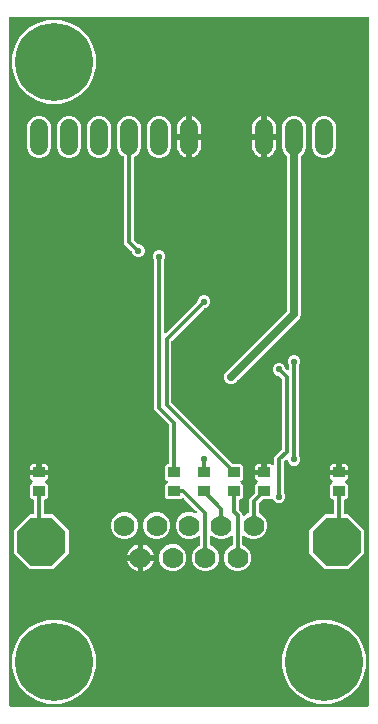
<source format=gbl>
G04 EAGLE Gerber RS-274X export*
G75*
%MOMM*%
%FSLAX34Y34*%
%LPD*%
%INBottom Copper*%
%IPPOS*%
%AMOC8*
5,1,8,0,0,1.08239X$1,22.5*%
G01*
%ADD10C,1.524000*%
%ADD11R,0.979100X0.870900*%
%ADD12C,1.778000*%
%ADD13P,4.455117X8X22.500000*%
%ADD14C,0.584200*%
%ADD15C,0.304800*%
%ADD16C,0.635000*%
%ADD17C,0.711200*%
%ADD18C,6.604000*%

G36*
X316348Y-63484D02*
X316348Y-63484D01*
X316467Y-63477D01*
X316505Y-63464D01*
X316546Y-63459D01*
X316656Y-63416D01*
X316769Y-63379D01*
X316804Y-63357D01*
X316841Y-63342D01*
X316937Y-63273D01*
X317038Y-63209D01*
X317066Y-63179D01*
X317099Y-63156D01*
X317175Y-63064D01*
X317256Y-62977D01*
X317276Y-62942D01*
X317301Y-62911D01*
X317352Y-62803D01*
X317410Y-62699D01*
X317420Y-62659D01*
X317437Y-62623D01*
X317459Y-62506D01*
X317489Y-62391D01*
X317493Y-62331D01*
X317497Y-62311D01*
X317495Y-62290D01*
X317499Y-62230D01*
X317499Y519430D01*
X317484Y519548D01*
X317477Y519667D01*
X317464Y519705D01*
X317459Y519746D01*
X317416Y519856D01*
X317379Y519969D01*
X317357Y520004D01*
X317342Y520041D01*
X317273Y520137D01*
X317209Y520238D01*
X317179Y520266D01*
X317156Y520299D01*
X317064Y520375D01*
X316977Y520456D01*
X316942Y520476D01*
X316911Y520501D01*
X316803Y520552D01*
X316699Y520610D01*
X316659Y520620D01*
X316623Y520637D01*
X316506Y520659D01*
X316391Y520689D01*
X316331Y520693D01*
X316311Y520697D01*
X316290Y520695D01*
X316230Y520699D01*
X13970Y520699D01*
X13852Y520684D01*
X13733Y520677D01*
X13695Y520664D01*
X13654Y520659D01*
X13544Y520616D01*
X13431Y520579D01*
X13396Y520557D01*
X13359Y520542D01*
X13263Y520473D01*
X13162Y520409D01*
X13134Y520379D01*
X13101Y520356D01*
X13025Y520264D01*
X12944Y520177D01*
X12924Y520142D01*
X12899Y520111D01*
X12848Y520003D01*
X12790Y519899D01*
X12780Y519859D01*
X12763Y519823D01*
X12741Y519706D01*
X12711Y519591D01*
X12707Y519531D01*
X12703Y519511D01*
X12705Y519490D01*
X12701Y519430D01*
X12701Y-62230D01*
X12716Y-62348D01*
X12723Y-62467D01*
X12736Y-62505D01*
X12741Y-62546D01*
X12784Y-62656D01*
X12821Y-62769D01*
X12843Y-62804D01*
X12858Y-62841D01*
X12927Y-62937D01*
X12991Y-63038D01*
X13021Y-63066D01*
X13044Y-63099D01*
X13136Y-63175D01*
X13223Y-63256D01*
X13258Y-63276D01*
X13289Y-63301D01*
X13397Y-63352D01*
X13501Y-63410D01*
X13541Y-63420D01*
X13577Y-63437D01*
X13694Y-63459D01*
X13809Y-63489D01*
X13869Y-63493D01*
X13889Y-63497D01*
X13910Y-63495D01*
X13970Y-63499D01*
X316230Y-63499D01*
X316348Y-63484D01*
G37*
%LPC*%
G36*
X176526Y51069D02*
X176526Y51069D01*
X172325Y52809D01*
X169109Y56025D01*
X167369Y60226D01*
X167369Y64774D01*
X169109Y68975D01*
X172325Y72191D01*
X173952Y72864D01*
X173977Y72879D01*
X174005Y72888D01*
X174115Y72958D01*
X174228Y73022D01*
X174249Y73042D01*
X174274Y73058D01*
X174363Y73153D01*
X174456Y73243D01*
X174472Y73268D01*
X174492Y73290D01*
X174555Y73403D01*
X174623Y73514D01*
X174631Y73542D01*
X174646Y73568D01*
X174678Y73694D01*
X174716Y73818D01*
X174718Y73848D01*
X174725Y73876D01*
X174735Y74037D01*
X174735Y80306D01*
X174718Y80444D01*
X174705Y80582D01*
X174698Y80601D01*
X174695Y80621D01*
X174644Y80750D01*
X174597Y80881D01*
X174586Y80898D01*
X174578Y80917D01*
X174497Y81029D01*
X174419Y81144D01*
X174403Y81158D01*
X174392Y81174D01*
X174284Y81263D01*
X174180Y81355D01*
X174162Y81364D01*
X174147Y81377D01*
X174021Y81436D01*
X173897Y81499D01*
X173877Y81504D01*
X173859Y81512D01*
X173722Y81539D01*
X173587Y81569D01*
X173566Y81568D01*
X173547Y81572D01*
X173408Y81564D01*
X173269Y81559D01*
X173249Y81554D01*
X173229Y81552D01*
X173097Y81510D01*
X172963Y81471D01*
X172946Y81461D01*
X172927Y81454D01*
X172809Y81380D01*
X172689Y81309D01*
X172668Y81291D01*
X172658Y81284D01*
X172644Y81269D01*
X172569Y81203D01*
X171575Y80209D01*
X167374Y78469D01*
X162826Y78469D01*
X158625Y80209D01*
X155409Y83425D01*
X153669Y87626D01*
X153669Y92174D01*
X155409Y96375D01*
X158625Y99591D01*
X162826Y101331D01*
X167374Y101331D01*
X169924Y100274D01*
X169991Y100256D01*
X170055Y100228D01*
X170144Y100214D01*
X170231Y100190D01*
X170300Y100189D01*
X170369Y100178D01*
X170459Y100187D01*
X170549Y100185D01*
X170616Y100202D01*
X170686Y100208D01*
X170770Y100239D01*
X170858Y100260D01*
X170920Y100292D01*
X170985Y100316D01*
X171060Y100366D01*
X171139Y100408D01*
X171191Y100455D01*
X171248Y100494D01*
X171308Y100562D01*
X171374Y100622D01*
X171413Y100681D01*
X171459Y100733D01*
X171500Y100813D01*
X171549Y100888D01*
X171572Y100954D01*
X171603Y101016D01*
X171623Y101104D01*
X171652Y101189D01*
X171658Y101258D01*
X171673Y101326D01*
X171670Y101416D01*
X171677Y101506D01*
X171666Y101575D01*
X171663Y101644D01*
X171638Y101731D01*
X171623Y101819D01*
X171594Y101883D01*
X171575Y101950D01*
X171529Y102027D01*
X171492Y102109D01*
X171449Y102164D01*
X171413Y102224D01*
X171307Y102345D01*
X160843Y112809D01*
X160749Y112882D01*
X160660Y112960D01*
X160624Y112979D01*
X160592Y113004D01*
X160482Y113051D01*
X160376Y113105D01*
X160337Y113114D01*
X160300Y113130D01*
X160182Y113149D01*
X160066Y113175D01*
X160026Y113174D01*
X159986Y113180D01*
X159867Y113169D01*
X159748Y113165D01*
X159709Y113154D01*
X159669Y113150D01*
X159557Y113110D01*
X159443Y113077D01*
X159408Y113056D01*
X159370Y113042D01*
X159271Y112976D01*
X159169Y112915D01*
X159124Y112875D01*
X159107Y112864D01*
X159093Y112848D01*
X159048Y112809D01*
X158348Y112109D01*
X146452Y112109D01*
X144964Y113597D01*
X144964Y124411D01*
X146655Y126102D01*
X146728Y126197D01*
X146807Y126286D01*
X146825Y126322D01*
X146850Y126354D01*
X146898Y126463D01*
X146952Y126569D01*
X146961Y126608D01*
X146977Y126646D01*
X146995Y126763D01*
X147021Y126879D01*
X147020Y126920D01*
X147026Y126960D01*
X147015Y127078D01*
X147012Y127197D01*
X147000Y127236D01*
X146997Y127276D01*
X146956Y127389D01*
X146923Y127503D01*
X146903Y127537D01*
X146889Y127576D01*
X146822Y127674D01*
X146762Y127777D01*
X146722Y127822D01*
X146710Y127839D01*
X146695Y127852D01*
X146655Y127897D01*
X144964Y129589D01*
X144964Y140403D01*
X146452Y141891D01*
X147066Y141891D01*
X147184Y141906D01*
X147303Y141914D01*
X147341Y141926D01*
X147382Y141931D01*
X147492Y141975D01*
X147605Y142012D01*
X147640Y142033D01*
X147677Y142048D01*
X147773Y142118D01*
X147874Y142182D01*
X147902Y142211D01*
X147935Y142235D01*
X148011Y142327D01*
X148092Y142413D01*
X148112Y142449D01*
X148137Y142480D01*
X148188Y142588D01*
X148246Y142692D01*
X148256Y142731D01*
X148273Y142768D01*
X148295Y142884D01*
X148325Y143000D01*
X148329Y143060D01*
X148333Y143080D01*
X148331Y143100D01*
X148335Y143160D01*
X148335Y174697D01*
X148323Y174795D01*
X148320Y174894D01*
X148303Y174952D01*
X148295Y175012D01*
X148259Y175104D01*
X148231Y175199D01*
X148201Y175251D01*
X148178Y175308D01*
X148120Y175388D01*
X148070Y175473D01*
X148004Y175549D01*
X147992Y175565D01*
X147982Y175573D01*
X147964Y175594D01*
X135635Y187922D01*
X135635Y313315D01*
X135623Y313413D01*
X135620Y313512D01*
X135603Y313570D01*
X135595Y313630D01*
X135559Y313723D01*
X135531Y313818D01*
X135501Y313870D01*
X135478Y313926D01*
X135420Y314006D01*
X135370Y314092D01*
X135304Y314167D01*
X135292Y314183D01*
X135282Y314191D01*
X135264Y314212D01*
X135070Y314406D01*
X134238Y316414D01*
X134238Y318586D01*
X135070Y320594D01*
X136606Y322130D01*
X138614Y322962D01*
X140786Y322962D01*
X142794Y322130D01*
X144330Y320594D01*
X145162Y318586D01*
X145162Y316414D01*
X144330Y314406D01*
X144136Y314212D01*
X144076Y314134D01*
X144008Y314062D01*
X143979Y314009D01*
X143942Y313961D01*
X143902Y313870D01*
X143854Y313784D01*
X143839Y313725D01*
X143815Y313669D01*
X143800Y313571D01*
X143775Y313476D01*
X143769Y313376D01*
X143765Y313355D01*
X143767Y313343D01*
X143765Y313315D01*
X143765Y254177D01*
X143782Y254040D01*
X143795Y253901D01*
X143802Y253882D01*
X143805Y253862D01*
X143856Y253733D01*
X143903Y253602D01*
X143914Y253585D01*
X143922Y253566D01*
X144003Y253454D01*
X144081Y253339D01*
X144097Y253325D01*
X144108Y253309D01*
X144216Y253220D01*
X144320Y253128D01*
X144338Y253119D01*
X144353Y253106D01*
X144479Y253047D01*
X144603Y252984D01*
X144623Y252979D01*
X144641Y252970D01*
X144777Y252944D01*
X144913Y252914D01*
X144934Y252914D01*
X144953Y252911D01*
X145092Y252919D01*
X145231Y252924D01*
X145251Y252929D01*
X145271Y252930D01*
X145403Y252973D01*
X145537Y253012D01*
X145554Y253022D01*
X145573Y253028D01*
X145691Y253103D01*
X145811Y253173D01*
X145832Y253192D01*
X145842Y253199D01*
X145856Y253213D01*
X145931Y253280D01*
X171967Y279315D01*
X172027Y279393D01*
X172095Y279465D01*
X172124Y279518D01*
X172161Y279566D01*
X172201Y279657D01*
X172249Y279744D01*
X172264Y279802D01*
X172288Y279858D01*
X172303Y279956D01*
X172328Y280052D01*
X172334Y280152D01*
X172338Y280172D01*
X172336Y280184D01*
X172338Y280212D01*
X172338Y280486D01*
X173170Y282494D01*
X174706Y284030D01*
X176714Y284862D01*
X178886Y284862D01*
X180894Y284030D01*
X182430Y282494D01*
X183262Y280486D01*
X183262Y278314D01*
X182430Y276306D01*
X180894Y274770D01*
X178886Y273938D01*
X178612Y273938D01*
X178514Y273926D01*
X178415Y273923D01*
X178357Y273906D01*
X178297Y273898D01*
X178205Y273862D01*
X178110Y273834D01*
X178058Y273804D01*
X178001Y273781D01*
X177921Y273723D01*
X177836Y273673D01*
X177760Y273607D01*
X177744Y273595D01*
X177736Y273585D01*
X177715Y273567D01*
X150486Y246338D01*
X150426Y246260D01*
X150358Y246188D01*
X150329Y246135D01*
X150292Y246087D01*
X150252Y245996D01*
X150204Y245909D01*
X150189Y245851D01*
X150165Y245795D01*
X150150Y245697D01*
X150125Y245601D01*
X150119Y245501D01*
X150115Y245481D01*
X150117Y245469D01*
X150115Y245441D01*
X150115Y194355D01*
X150127Y194257D01*
X150130Y194158D01*
X150147Y194100D01*
X150155Y194040D01*
X150191Y193948D01*
X150219Y193853D01*
X150249Y193801D01*
X150272Y193744D01*
X150330Y193664D01*
X150380Y193579D01*
X150446Y193503D01*
X150458Y193487D01*
X150468Y193479D01*
X150486Y193458D01*
X201681Y142263D01*
X201760Y142202D01*
X201832Y142134D01*
X201885Y142105D01*
X201933Y142068D01*
X202024Y142029D01*
X202110Y141981D01*
X202169Y141966D01*
X202225Y141942D01*
X202322Y141926D01*
X202418Y141901D01*
X202518Y141895D01*
X202539Y141892D01*
X202551Y141893D01*
X202579Y141891D01*
X209148Y141891D01*
X210636Y140403D01*
X210636Y129589D01*
X208945Y127897D01*
X208872Y127803D01*
X208793Y127714D01*
X208775Y127678D01*
X208750Y127646D01*
X208702Y127537D01*
X208648Y127431D01*
X208639Y127392D01*
X208623Y127354D01*
X208605Y127237D01*
X208579Y127121D01*
X208580Y127080D01*
X208574Y127040D01*
X208585Y126922D01*
X208588Y126803D01*
X208600Y126764D01*
X208603Y126724D01*
X208644Y126612D01*
X208677Y126497D01*
X208697Y126462D01*
X208711Y126424D01*
X208778Y126326D01*
X208838Y126223D01*
X208878Y126178D01*
X208890Y126161D01*
X208905Y126148D01*
X208945Y126102D01*
X210636Y124411D01*
X210636Y113597D01*
X209148Y112109D01*
X208534Y112109D01*
X208416Y112094D01*
X208297Y112086D01*
X208259Y112074D01*
X208218Y112069D01*
X208108Y112025D01*
X207995Y111988D01*
X207960Y111967D01*
X207923Y111952D01*
X207827Y111882D01*
X207726Y111818D01*
X207698Y111789D01*
X207665Y111765D01*
X207589Y111673D01*
X207508Y111587D01*
X207488Y111551D01*
X207463Y111520D01*
X207412Y111412D01*
X207354Y111308D01*
X207344Y111269D01*
X207327Y111232D01*
X207305Y111116D01*
X207275Y111000D01*
X207271Y110940D01*
X207267Y110920D01*
X207269Y110900D01*
X207265Y110840D01*
X207265Y103809D01*
X207277Y103711D01*
X207280Y103612D01*
X207297Y103554D01*
X207305Y103494D01*
X207341Y103402D01*
X207369Y103307D01*
X207399Y103255D01*
X207422Y103198D01*
X207480Y103118D01*
X207530Y103033D01*
X207596Y102957D01*
X207608Y102941D01*
X207618Y102933D01*
X207636Y102912D01*
X210265Y100284D01*
X210265Y99494D01*
X210282Y99356D01*
X210295Y99218D01*
X210302Y99199D01*
X210305Y99179D01*
X210356Y99050D01*
X210403Y98919D01*
X210414Y98902D01*
X210422Y98883D01*
X210503Y98771D01*
X210581Y98656D01*
X210597Y98642D01*
X210608Y98626D01*
X210716Y98537D01*
X210820Y98445D01*
X210838Y98436D01*
X210853Y98423D01*
X210979Y98364D01*
X211103Y98301D01*
X211123Y98296D01*
X211141Y98288D01*
X211278Y98261D01*
X211413Y98231D01*
X211434Y98232D01*
X211453Y98228D01*
X211592Y98236D01*
X211731Y98241D01*
X211751Y98246D01*
X211771Y98248D01*
X211903Y98290D01*
X212037Y98329D01*
X212054Y98339D01*
X212073Y98346D01*
X212191Y98420D01*
X212311Y98491D01*
X212332Y98509D01*
X212342Y98516D01*
X212356Y98531D01*
X212431Y98597D01*
X213425Y99591D01*
X215052Y100264D01*
X215077Y100279D01*
X215105Y100288D01*
X215215Y100358D01*
X215328Y100422D01*
X215349Y100442D01*
X215374Y100458D01*
X215463Y100553D01*
X215556Y100643D01*
X215572Y100668D01*
X215592Y100690D01*
X215655Y100803D01*
X215723Y100914D01*
X215731Y100942D01*
X215746Y100968D01*
X215778Y101094D01*
X215816Y101218D01*
X215818Y101248D01*
X215825Y101276D01*
X215835Y101437D01*
X215835Y111988D01*
X218588Y114740D01*
X220792Y116944D01*
X220853Y117023D01*
X220921Y117095D01*
X220950Y117148D01*
X220987Y117196D01*
X221026Y117287D01*
X221074Y117373D01*
X221089Y117432D01*
X221113Y117488D01*
X221129Y117585D01*
X221154Y117681D01*
X221160Y117781D01*
X221163Y117802D01*
X221162Y117814D01*
X221164Y117842D01*
X221164Y124411D01*
X223014Y126261D01*
X223091Y126361D01*
X223173Y126456D01*
X223188Y126486D01*
X223209Y126513D01*
X223259Y126628D01*
X223315Y126741D01*
X223322Y126774D01*
X223335Y126804D01*
X223355Y126929D01*
X223381Y127052D01*
X223380Y127085D01*
X223385Y127119D01*
X223374Y127244D01*
X223368Y127369D01*
X223359Y127402D01*
X223356Y127435D01*
X223313Y127554D01*
X223277Y127674D01*
X223259Y127703D01*
X223248Y127734D01*
X223177Y127839D01*
X223112Y127946D01*
X223088Y127970D01*
X223069Y127998D01*
X222975Y128081D01*
X222885Y128169D01*
X222845Y128196D01*
X222831Y128208D01*
X222812Y128218D01*
X222751Y128258D01*
X222145Y128608D01*
X221671Y129082D01*
X221337Y129661D01*
X221164Y130307D01*
X221164Y132819D01*
X227693Y132819D01*
X227811Y132834D01*
X227929Y132842D01*
X227968Y132854D01*
X228008Y132859D01*
X228119Y132903D01*
X228232Y132940D01*
X228266Y132961D01*
X228304Y132976D01*
X228400Y133046D01*
X228501Y133110D01*
X228528Y133139D01*
X228561Y133163D01*
X228637Y133255D01*
X228719Y133342D01*
X228738Y133377D01*
X228764Y133408D01*
X228815Y133516D01*
X228872Y133620D01*
X228882Y133659D01*
X228899Y133696D01*
X228922Y133813D01*
X228952Y133928D01*
X228955Y133988D01*
X228959Y134008D01*
X228958Y134029D01*
X228962Y134089D01*
X228962Y134634D01*
X229507Y134634D01*
X229625Y134649D01*
X229744Y134657D01*
X229783Y134669D01*
X229823Y134674D01*
X229934Y134718D01*
X230047Y134755D01*
X230081Y134776D01*
X230118Y134791D01*
X230215Y134861D01*
X230315Y134925D01*
X230343Y134954D01*
X230376Y134978D01*
X230452Y135070D01*
X230533Y135156D01*
X230553Y135192D01*
X230579Y135223D01*
X230629Y135331D01*
X230687Y135435D01*
X230697Y135474D01*
X230714Y135511D01*
X230737Y135627D01*
X230766Y135743D01*
X230770Y135803D01*
X230774Y135823D01*
X230773Y135843D01*
X230777Y135903D01*
X230777Y141891D01*
X233830Y141891D01*
X234476Y141718D01*
X235056Y141384D01*
X235068Y141371D01*
X235178Y141286D01*
X235285Y141197D01*
X235304Y141188D01*
X235320Y141176D01*
X235448Y141120D01*
X235573Y141061D01*
X235593Y141057D01*
X235612Y141049D01*
X235749Y141027D01*
X235886Y141001D01*
X235906Y141003D01*
X235926Y140999D01*
X236064Y141013D01*
X236203Y141021D01*
X236222Y141027D01*
X236242Y141029D01*
X236374Y141076D01*
X236505Y141119D01*
X236522Y141130D01*
X236542Y141137D01*
X236657Y141215D01*
X236774Y141289D01*
X236788Y141304D01*
X236805Y141315D01*
X236897Y141420D01*
X236992Y141521D01*
X237002Y141539D01*
X237015Y141554D01*
X237078Y141678D01*
X237146Y141799D01*
X237151Y141819D01*
X237160Y141837D01*
X237190Y141973D01*
X237225Y142107D01*
X237227Y142135D01*
X237230Y142147D01*
X237229Y142168D01*
X237235Y142268D01*
X237235Y147734D01*
X243214Y153712D01*
X243274Y153790D01*
X243342Y153862D01*
X243371Y153915D01*
X243408Y153963D01*
X243448Y154054D01*
X243496Y154141D01*
X243511Y154199D01*
X243535Y154255D01*
X243550Y154353D01*
X243575Y154449D01*
X243581Y154549D01*
X243585Y154569D01*
X243583Y154581D01*
X243585Y154609D01*
X243585Y213691D01*
X243573Y213789D01*
X243570Y213888D01*
X243553Y213946D01*
X243545Y214006D01*
X243509Y214098D01*
X243481Y214193D01*
X243451Y214245D01*
X243428Y214302D01*
X243370Y214382D01*
X243320Y214467D01*
X243254Y214543D01*
X243242Y214559D01*
X243232Y214567D01*
X243214Y214588D01*
X241385Y216417D01*
X241307Y216477D01*
X241235Y216545D01*
X241182Y216574D01*
X241134Y216611D01*
X241043Y216651D01*
X240956Y216699D01*
X240898Y216714D01*
X240842Y216738D01*
X240744Y216753D01*
X240648Y216778D01*
X240548Y216784D01*
X240528Y216788D01*
X240516Y216786D01*
X240488Y216788D01*
X240214Y216788D01*
X238206Y217620D01*
X236670Y219156D01*
X235838Y221164D01*
X235838Y223336D01*
X236670Y225344D01*
X238206Y226880D01*
X240214Y227712D01*
X242386Y227712D01*
X244394Y226880D01*
X245930Y225344D01*
X246762Y223336D01*
X246762Y223062D01*
X246774Y222964D01*
X246777Y222865D01*
X246794Y222807D01*
X246802Y222747D01*
X246838Y222655D01*
X246866Y222560D01*
X246896Y222507D01*
X246919Y222451D01*
X246977Y222371D01*
X247027Y222286D01*
X247093Y222210D01*
X247105Y222194D01*
X247115Y222186D01*
X247133Y222165D01*
X247768Y221530D01*
X247878Y221445D01*
X247985Y221356D01*
X248004Y221347D01*
X248020Y221335D01*
X248148Y221280D01*
X248273Y221220D01*
X248293Y221217D01*
X248312Y221209D01*
X248450Y221187D01*
X248586Y221161D01*
X248606Y221162D01*
X248626Y221159D01*
X248765Y221172D01*
X248903Y221180D01*
X248922Y221187D01*
X248942Y221189D01*
X249073Y221236D01*
X249205Y221278D01*
X249223Y221289D01*
X249242Y221296D01*
X249356Y221374D01*
X249474Y221449D01*
X249488Y221463D01*
X249505Y221475D01*
X249597Y221579D01*
X249692Y221680D01*
X249702Y221698D01*
X249715Y221713D01*
X249778Y221837D01*
X249846Y221959D01*
X249851Y221978D01*
X249860Y221996D01*
X249890Y222132D01*
X249925Y222267D01*
X249927Y222295D01*
X249930Y222307D01*
X249929Y222327D01*
X249935Y222427D01*
X249935Y224415D01*
X249923Y224513D01*
X249920Y224612D01*
X249903Y224670D01*
X249895Y224730D01*
X249859Y224823D01*
X249831Y224918D01*
X249801Y224970D01*
X249778Y225026D01*
X249720Y225106D01*
X249670Y225192D01*
X249604Y225267D01*
X249592Y225283D01*
X249582Y225291D01*
X249564Y225312D01*
X249370Y225506D01*
X248538Y227514D01*
X248538Y229686D01*
X249370Y231694D01*
X250906Y233230D01*
X252914Y234062D01*
X255086Y234062D01*
X257094Y233230D01*
X258630Y231694D01*
X259462Y229686D01*
X259462Y227514D01*
X258630Y225506D01*
X258436Y225312D01*
X258376Y225234D01*
X258308Y225162D01*
X258279Y225109D01*
X258242Y225061D01*
X258202Y224970D01*
X258154Y224884D01*
X258139Y224825D01*
X258115Y224769D01*
X258100Y224671D01*
X258075Y224576D01*
X258069Y224476D01*
X258065Y224455D01*
X258067Y224443D01*
X258065Y224415D01*
X258065Y150235D01*
X258077Y150137D01*
X258080Y150038D01*
X258097Y149980D01*
X258105Y149920D01*
X258141Y149827D01*
X258169Y149732D01*
X258199Y149680D01*
X258222Y149624D01*
X258280Y149544D01*
X258330Y149458D01*
X258396Y149383D01*
X258408Y149367D01*
X258418Y149359D01*
X258436Y149338D01*
X258630Y149144D01*
X259462Y147136D01*
X259462Y144964D01*
X258630Y142956D01*
X257094Y141420D01*
X255086Y140588D01*
X252914Y140588D01*
X250906Y141420D01*
X249370Y142956D01*
X248511Y145030D01*
X248486Y145074D01*
X248469Y145120D01*
X248408Y145211D01*
X248353Y145307D01*
X248318Y145342D01*
X248291Y145383D01*
X248208Y145456D01*
X248132Y145535D01*
X248089Y145561D01*
X248052Y145594D01*
X247954Y145644D01*
X247861Y145701D01*
X247813Y145716D01*
X247769Y145738D01*
X247662Y145763D01*
X247557Y145795D01*
X247507Y145797D01*
X247459Y145808D01*
X247349Y145805D01*
X247239Y145810D01*
X247191Y145800D01*
X247141Y145798D01*
X247035Y145768D01*
X246928Y145746D01*
X246883Y145724D01*
X246835Y145710D01*
X246741Y145654D01*
X246642Y145606D01*
X246604Y145574D01*
X246561Y145548D01*
X246440Y145442D01*
X245736Y144738D01*
X245676Y144660D01*
X245608Y144588D01*
X245579Y144535D01*
X245542Y144487D01*
X245502Y144396D01*
X245454Y144309D01*
X245439Y144251D01*
X245415Y144195D01*
X245400Y144097D01*
X245375Y144001D01*
X245369Y143901D01*
X245365Y143881D01*
X245367Y143869D01*
X245365Y143841D01*
X245365Y118485D01*
X245377Y118387D01*
X245380Y118288D01*
X245397Y118230D01*
X245405Y118170D01*
X245441Y118077D01*
X245469Y117982D01*
X245499Y117930D01*
X245522Y117874D01*
X245580Y117794D01*
X245630Y117708D01*
X245696Y117633D01*
X245708Y117617D01*
X245718Y117609D01*
X245736Y117588D01*
X245930Y117394D01*
X246762Y115386D01*
X246762Y113214D01*
X245930Y111206D01*
X244394Y109670D01*
X242386Y108838D01*
X240214Y108838D01*
X238206Y109670D01*
X236670Y111206D01*
X236511Y111590D01*
X236486Y111633D01*
X236469Y111680D01*
X236408Y111771D01*
X236353Y111866D01*
X236319Y111902D01*
X236291Y111943D01*
X236208Y112016D01*
X236132Y112094D01*
X236090Y112120D01*
X236052Y112153D01*
X235955Y112203D01*
X235861Y112261D01*
X235813Y112275D01*
X235769Y112298D01*
X235662Y112322D01*
X235557Y112354D01*
X235507Y112357D01*
X235459Y112368D01*
X235349Y112364D01*
X235239Y112369D01*
X235191Y112359D01*
X235141Y112358D01*
X235036Y112327D01*
X234928Y112305D01*
X234883Y112283D01*
X234836Y112270D01*
X234741Y112214D01*
X234642Y112165D01*
X234604Y112133D01*
X234563Y112109D01*
X227979Y112109D01*
X227881Y112096D01*
X227782Y112093D01*
X227723Y112077D01*
X227663Y112069D01*
X227571Y112032D01*
X227476Y112005D01*
X227424Y111974D01*
X227368Y111952D01*
X227287Y111894D01*
X227202Y111843D01*
X227127Y111777D01*
X227110Y111765D01*
X227103Y111756D01*
X227081Y111737D01*
X224336Y108992D01*
X224276Y108914D01*
X224208Y108842D01*
X224179Y108789D01*
X224142Y108741D01*
X224102Y108650D01*
X224054Y108563D01*
X224039Y108505D01*
X224015Y108449D01*
X224000Y108351D01*
X223975Y108255D01*
X223969Y108155D01*
X223965Y108135D01*
X223967Y108123D01*
X223965Y108095D01*
X223965Y101437D01*
X223968Y101408D01*
X223966Y101378D01*
X223988Y101250D01*
X224005Y101121D01*
X224015Y101094D01*
X224020Y101065D01*
X224074Y100946D01*
X224122Y100826D01*
X224139Y100802D01*
X224151Y100775D01*
X224232Y100674D01*
X224308Y100568D01*
X224331Y100550D01*
X224350Y100527D01*
X224453Y100449D01*
X224553Y100366D01*
X224580Y100353D01*
X224604Y100335D01*
X224748Y100264D01*
X226375Y99591D01*
X229591Y96375D01*
X231331Y92174D01*
X231331Y87626D01*
X229591Y83425D01*
X226375Y80209D01*
X222174Y78469D01*
X217626Y78469D01*
X213425Y80209D01*
X212431Y81203D01*
X212322Y81288D01*
X212215Y81377D01*
X212196Y81386D01*
X212180Y81398D01*
X212053Y81453D01*
X211927Y81512D01*
X211907Y81516D01*
X211888Y81524D01*
X211750Y81546D01*
X211614Y81572D01*
X211594Y81571D01*
X211574Y81574D01*
X211435Y81561D01*
X211297Y81552D01*
X211278Y81546D01*
X211258Y81544D01*
X211126Y81497D01*
X210995Y81454D01*
X210977Y81444D01*
X210958Y81437D01*
X210843Y81359D01*
X210726Y81284D01*
X210712Y81270D01*
X210695Y81258D01*
X210603Y81154D01*
X210508Y81053D01*
X210498Y81035D01*
X210485Y81020D01*
X210422Y80896D01*
X210354Y80774D01*
X210349Y80755D01*
X210340Y80737D01*
X210310Y80601D01*
X210275Y80466D01*
X210273Y80438D01*
X210270Y80426D01*
X210271Y80406D01*
X210265Y80306D01*
X210265Y74037D01*
X210268Y74008D01*
X210266Y73978D01*
X210288Y73850D01*
X210305Y73721D01*
X210315Y73694D01*
X210320Y73665D01*
X210374Y73546D01*
X210422Y73426D01*
X210439Y73402D01*
X210451Y73375D01*
X210532Y73274D01*
X210608Y73168D01*
X210631Y73150D01*
X210650Y73127D01*
X210753Y73049D01*
X210853Y72966D01*
X210880Y72953D01*
X210904Y72935D01*
X211048Y72864D01*
X212675Y72191D01*
X215891Y68975D01*
X217631Y64774D01*
X217631Y60226D01*
X215891Y56025D01*
X212675Y52809D01*
X208474Y51069D01*
X203926Y51069D01*
X199725Y52809D01*
X196509Y56025D01*
X194769Y60226D01*
X194769Y64774D01*
X196509Y68975D01*
X199725Y72191D01*
X201352Y72864D01*
X201377Y72879D01*
X201405Y72888D01*
X201515Y72958D01*
X201628Y73022D01*
X201649Y73042D01*
X201674Y73058D01*
X201763Y73153D01*
X201856Y73243D01*
X201872Y73268D01*
X201892Y73290D01*
X201955Y73403D01*
X202023Y73514D01*
X202031Y73542D01*
X202046Y73568D01*
X202078Y73694D01*
X202116Y73818D01*
X202118Y73848D01*
X202125Y73876D01*
X202135Y74037D01*
X202135Y80306D01*
X202118Y80444D01*
X202105Y80582D01*
X202098Y80601D01*
X202095Y80621D01*
X202044Y80750D01*
X201997Y80881D01*
X201986Y80898D01*
X201978Y80917D01*
X201897Y81029D01*
X201819Y81144D01*
X201803Y81158D01*
X201792Y81174D01*
X201684Y81263D01*
X201580Y81355D01*
X201562Y81364D01*
X201547Y81377D01*
X201421Y81436D01*
X201297Y81499D01*
X201277Y81504D01*
X201259Y81512D01*
X201122Y81539D01*
X200987Y81569D01*
X200966Y81568D01*
X200947Y81572D01*
X200808Y81564D01*
X200669Y81559D01*
X200649Y81554D01*
X200629Y81552D01*
X200497Y81510D01*
X200363Y81471D01*
X200346Y81461D01*
X200327Y81454D01*
X200209Y81380D01*
X200089Y81309D01*
X200068Y81291D01*
X200058Y81284D01*
X200044Y81269D01*
X199969Y81203D01*
X198975Y80209D01*
X194774Y78469D01*
X190226Y78469D01*
X186025Y80209D01*
X185031Y81203D01*
X184922Y81288D01*
X184815Y81377D01*
X184796Y81386D01*
X184780Y81398D01*
X184653Y81453D01*
X184527Y81512D01*
X184507Y81516D01*
X184488Y81524D01*
X184350Y81546D01*
X184214Y81572D01*
X184194Y81571D01*
X184174Y81574D01*
X184035Y81561D01*
X183897Y81552D01*
X183878Y81546D01*
X183858Y81544D01*
X183726Y81497D01*
X183595Y81454D01*
X183577Y81444D01*
X183558Y81437D01*
X183443Y81359D01*
X183326Y81284D01*
X183312Y81270D01*
X183295Y81258D01*
X183203Y81154D01*
X183108Y81053D01*
X183098Y81035D01*
X183085Y81020D01*
X183022Y80896D01*
X182954Y80774D01*
X182949Y80755D01*
X182940Y80737D01*
X182910Y80601D01*
X182875Y80466D01*
X182873Y80438D01*
X182870Y80426D01*
X182871Y80406D01*
X182865Y80306D01*
X182865Y74037D01*
X182868Y74008D01*
X182866Y73978D01*
X182888Y73850D01*
X182905Y73721D01*
X182915Y73694D01*
X182920Y73665D01*
X182974Y73546D01*
X183022Y73426D01*
X183039Y73402D01*
X183051Y73375D01*
X183132Y73274D01*
X183208Y73168D01*
X183231Y73150D01*
X183250Y73127D01*
X183353Y73049D01*
X183453Y72966D01*
X183480Y72953D01*
X183504Y72935D01*
X183648Y72864D01*
X185275Y72191D01*
X188491Y68975D01*
X190231Y64774D01*
X190231Y60226D01*
X188491Y56025D01*
X185275Y52809D01*
X181074Y51069D01*
X176526Y51069D01*
G37*
%LPD*%
%LPC*%
G36*
X46118Y447039D02*
X46118Y447039D01*
X37074Y449463D01*
X28965Y454144D01*
X22344Y460765D01*
X17663Y468874D01*
X15239Y477918D01*
X15239Y487282D01*
X17663Y496326D01*
X22344Y504435D01*
X28965Y511056D01*
X37074Y515737D01*
X46118Y518161D01*
X55482Y518161D01*
X64526Y515737D01*
X72635Y511056D01*
X79256Y504435D01*
X83937Y496326D01*
X86361Y487282D01*
X86361Y477918D01*
X83937Y468874D01*
X79256Y460765D01*
X72635Y454144D01*
X64526Y449463D01*
X55482Y447039D01*
X46118Y447039D01*
G37*
%LPD*%
%LPC*%
G36*
X46118Y-60961D02*
X46118Y-60961D01*
X37074Y-58537D01*
X28965Y-53856D01*
X22344Y-47235D01*
X17663Y-39126D01*
X15239Y-30082D01*
X15239Y-20718D01*
X17663Y-11674D01*
X22344Y-3565D01*
X28965Y3056D01*
X37074Y7737D01*
X46118Y10161D01*
X55482Y10161D01*
X64526Y7737D01*
X72635Y3056D01*
X79256Y-3565D01*
X83937Y-11674D01*
X86361Y-20718D01*
X86361Y-30082D01*
X83937Y-39126D01*
X79256Y-47235D01*
X72635Y-53856D01*
X64526Y-58537D01*
X55482Y-60961D01*
X46118Y-60961D01*
G37*
%LPD*%
%LPC*%
G36*
X274718Y-60961D02*
X274718Y-60961D01*
X265674Y-58537D01*
X257565Y-53856D01*
X250944Y-47235D01*
X246263Y-39126D01*
X243839Y-30082D01*
X243839Y-20718D01*
X246263Y-11674D01*
X250944Y-3565D01*
X257565Y3056D01*
X265674Y7737D01*
X274718Y10161D01*
X284082Y10161D01*
X293126Y7737D01*
X301235Y3056D01*
X307856Y-3565D01*
X312537Y-11674D01*
X314961Y-20718D01*
X314961Y-30082D01*
X312537Y-39126D01*
X307856Y-47235D01*
X301235Y-53856D01*
X293126Y-58537D01*
X284082Y-60961D01*
X274718Y-60961D01*
G37*
%LPD*%
%LPC*%
G36*
X199447Y209803D02*
X199447Y209803D01*
X197206Y210731D01*
X195491Y212446D01*
X194563Y214687D01*
X194563Y217113D01*
X195491Y219354D01*
X197206Y221069D01*
X197893Y221353D01*
X197901Y221358D01*
X197910Y221360D01*
X198039Y221436D01*
X198169Y221510D01*
X198176Y221517D01*
X198184Y221522D01*
X198305Y221628D01*
X247913Y271236D01*
X247973Y271314D01*
X248041Y271386D01*
X248070Y271439D01*
X248107Y271487D01*
X248147Y271578D01*
X248195Y271665D01*
X248210Y271723D01*
X248234Y271779D01*
X248249Y271877D01*
X248274Y271973D01*
X248280Y272073D01*
X248284Y272093D01*
X248282Y272105D01*
X248284Y272133D01*
X248284Y402301D01*
X248272Y402399D01*
X248269Y402498D01*
X248252Y402556D01*
X248244Y402616D01*
X248208Y402708D01*
X248180Y402803D01*
X248150Y402855D01*
X248127Y402912D01*
X248069Y402992D01*
X248019Y403077D01*
X247981Y403121D01*
X247979Y403124D01*
X247974Y403128D01*
X247953Y403153D01*
X247941Y403169D01*
X247931Y403177D01*
X247913Y403198D01*
X245386Y405724D01*
X243839Y409459D01*
X243839Y428741D01*
X245386Y432476D01*
X248244Y435334D01*
X251979Y436881D01*
X256021Y436881D01*
X259756Y435334D01*
X262614Y432476D01*
X264161Y428741D01*
X264161Y409459D01*
X262614Y405724D01*
X260087Y403198D01*
X260027Y403120D01*
X259959Y403048D01*
X259934Y403003D01*
X259929Y402996D01*
X259925Y402989D01*
X259893Y402947D01*
X259853Y402856D01*
X259805Y402769D01*
X259790Y402711D01*
X259766Y402655D01*
X259751Y402557D01*
X259726Y402461D01*
X259720Y402361D01*
X259716Y402341D01*
X259718Y402329D01*
X259716Y402301D01*
X259716Y268103D01*
X258846Y266002D01*
X206388Y213545D01*
X206382Y213537D01*
X206375Y213532D01*
X206286Y213413D01*
X206193Y213294D01*
X206189Y213285D01*
X206184Y213278D01*
X206113Y213133D01*
X205829Y212446D01*
X204114Y210731D01*
X201873Y209803D01*
X199447Y209803D01*
G37*
%LPD*%
%LPC*%
G36*
X30523Y53079D02*
X30523Y53079D01*
X16979Y66623D01*
X16979Y85777D01*
X30523Y99321D01*
X32766Y99321D01*
X32884Y99336D01*
X33003Y99343D01*
X33041Y99356D01*
X33082Y99361D01*
X33192Y99404D01*
X33305Y99441D01*
X33340Y99463D01*
X33377Y99478D01*
X33473Y99547D01*
X33574Y99611D01*
X33602Y99641D01*
X33635Y99664D01*
X33711Y99756D01*
X33792Y99843D01*
X33812Y99878D01*
X33837Y99909D01*
X33888Y100017D01*
X33946Y100121D01*
X33956Y100161D01*
X33973Y100197D01*
X33995Y100314D01*
X34025Y100429D01*
X34029Y100489D01*
X34033Y100509D01*
X34031Y100530D01*
X34035Y100590D01*
X34035Y110840D01*
X34020Y110958D01*
X34013Y111076D01*
X34000Y111115D01*
X33995Y111155D01*
X33952Y111266D01*
X33915Y111379D01*
X33893Y111413D01*
X33878Y111451D01*
X33809Y111547D01*
X33745Y111648D01*
X33715Y111675D01*
X33692Y111708D01*
X33600Y111784D01*
X33513Y111866D01*
X33478Y111885D01*
X33447Y111911D01*
X33339Y111962D01*
X33235Y112019D01*
X33195Y112029D01*
X33159Y112046D01*
X33042Y112069D01*
X32927Y112099D01*
X32867Y112102D01*
X32847Y112106D01*
X32826Y112105D01*
X32766Y112109D01*
X32152Y112109D01*
X30664Y113597D01*
X30664Y124411D01*
X32514Y126261D01*
X32591Y126361D01*
X32673Y126456D01*
X32688Y126486D01*
X32709Y126513D01*
X32759Y126628D01*
X32815Y126741D01*
X32822Y126774D01*
X32835Y126804D01*
X32855Y126929D01*
X32881Y127052D01*
X32880Y127085D01*
X32885Y127119D01*
X32874Y127244D01*
X32868Y127369D01*
X32859Y127402D01*
X32856Y127435D01*
X32813Y127554D01*
X32777Y127674D01*
X32759Y127703D01*
X32748Y127734D01*
X32677Y127839D01*
X32612Y127946D01*
X32588Y127970D01*
X32569Y127998D01*
X32475Y128081D01*
X32385Y128169D01*
X32345Y128196D01*
X32331Y128208D01*
X32312Y128218D01*
X32251Y128258D01*
X31645Y128608D01*
X31171Y129082D01*
X30837Y129661D01*
X30664Y130307D01*
X30664Y132819D01*
X37193Y132819D01*
X37311Y132834D01*
X37429Y132842D01*
X37468Y132854D01*
X37508Y132859D01*
X37619Y132903D01*
X37732Y132940D01*
X37766Y132961D01*
X37804Y132976D01*
X37900Y133046D01*
X38001Y133110D01*
X38028Y133139D01*
X38061Y133163D01*
X38098Y133207D01*
X38174Y133144D01*
X38260Y133063D01*
X38296Y133043D01*
X38327Y133017D01*
X38435Y132967D01*
X38539Y132909D01*
X38578Y132899D01*
X38615Y132882D01*
X38731Y132859D01*
X38847Y132830D01*
X38907Y132826D01*
X38927Y132822D01*
X38947Y132823D01*
X39007Y132819D01*
X45536Y132819D01*
X45536Y130307D01*
X45363Y129661D01*
X45029Y129082D01*
X44555Y128608D01*
X43949Y128258D01*
X43849Y128182D01*
X43745Y128111D01*
X43722Y128086D01*
X43695Y128066D01*
X43617Y127967D01*
X43534Y127873D01*
X43519Y127843D01*
X43498Y127817D01*
X43447Y127702D01*
X43389Y127590D01*
X43382Y127557D01*
X43368Y127526D01*
X43347Y127402D01*
X43320Y127279D01*
X43321Y127246D01*
X43315Y127213D01*
X43326Y127087D01*
X43329Y126962D01*
X43339Y126929D01*
X43342Y126896D01*
X43383Y126777D01*
X43418Y126656D01*
X43435Y126627D01*
X43446Y126595D01*
X43516Y126490D01*
X43579Y126382D01*
X43612Y126346D01*
X43622Y126330D01*
X43638Y126316D01*
X43686Y126261D01*
X45536Y124411D01*
X45536Y113597D01*
X44048Y112109D01*
X43434Y112109D01*
X43316Y112094D01*
X43197Y112086D01*
X43159Y112074D01*
X43118Y112069D01*
X43008Y112025D01*
X42895Y111988D01*
X42860Y111967D01*
X42823Y111952D01*
X42727Y111882D01*
X42626Y111818D01*
X42598Y111789D01*
X42565Y111765D01*
X42489Y111673D01*
X42408Y111587D01*
X42388Y111551D01*
X42363Y111520D01*
X42312Y111412D01*
X42254Y111308D01*
X42244Y111269D01*
X42227Y111232D01*
X42205Y111116D01*
X42175Y111000D01*
X42171Y110940D01*
X42167Y110920D01*
X42169Y110900D01*
X42165Y110840D01*
X42165Y100590D01*
X42180Y100472D01*
X42187Y100353D01*
X42200Y100315D01*
X42205Y100274D01*
X42248Y100164D01*
X42285Y100051D01*
X42307Y100016D01*
X42322Y99979D01*
X42391Y99883D01*
X42455Y99782D01*
X42485Y99754D01*
X42508Y99721D01*
X42600Y99645D01*
X42687Y99564D01*
X42722Y99544D01*
X42753Y99519D01*
X42861Y99468D01*
X42965Y99410D01*
X43005Y99400D01*
X43041Y99383D01*
X43158Y99361D01*
X43273Y99331D01*
X43333Y99327D01*
X43353Y99323D01*
X43374Y99325D01*
X43434Y99321D01*
X49677Y99321D01*
X63221Y85777D01*
X63221Y66623D01*
X49677Y53079D01*
X30523Y53079D01*
G37*
%LPD*%
%LPC*%
G36*
X280523Y53079D02*
X280523Y53079D01*
X266979Y66623D01*
X266979Y85777D01*
X280523Y99321D01*
X286766Y99321D01*
X286884Y99336D01*
X287003Y99343D01*
X287041Y99356D01*
X287082Y99361D01*
X287192Y99404D01*
X287305Y99441D01*
X287340Y99463D01*
X287377Y99478D01*
X287473Y99547D01*
X287574Y99611D01*
X287602Y99641D01*
X287635Y99664D01*
X287711Y99756D01*
X287792Y99843D01*
X287812Y99878D01*
X287837Y99909D01*
X287888Y100017D01*
X287946Y100121D01*
X287956Y100161D01*
X287973Y100197D01*
X287995Y100314D01*
X288025Y100429D01*
X288029Y100489D01*
X288033Y100509D01*
X288031Y100530D01*
X288035Y100590D01*
X288035Y110840D01*
X288020Y110958D01*
X288013Y111076D01*
X288000Y111115D01*
X287995Y111155D01*
X287952Y111266D01*
X287915Y111379D01*
X287893Y111413D01*
X287878Y111451D01*
X287809Y111547D01*
X287745Y111648D01*
X287715Y111675D01*
X287692Y111708D01*
X287600Y111784D01*
X287513Y111866D01*
X287478Y111885D01*
X287447Y111911D01*
X287339Y111962D01*
X287235Y112019D01*
X287195Y112029D01*
X287159Y112046D01*
X287042Y112069D01*
X286927Y112099D01*
X286867Y112102D01*
X286847Y112106D01*
X286826Y112105D01*
X286766Y112109D01*
X286152Y112109D01*
X284664Y113597D01*
X284664Y124411D01*
X286514Y126261D01*
X286591Y126361D01*
X286673Y126456D01*
X286688Y126486D01*
X286709Y126513D01*
X286759Y126628D01*
X286815Y126741D01*
X286822Y126774D01*
X286835Y126804D01*
X286855Y126929D01*
X286881Y127052D01*
X286880Y127085D01*
X286885Y127119D01*
X286874Y127244D01*
X286868Y127369D01*
X286859Y127402D01*
X286856Y127435D01*
X286813Y127554D01*
X286777Y127674D01*
X286759Y127703D01*
X286748Y127734D01*
X286677Y127839D01*
X286612Y127946D01*
X286588Y127970D01*
X286569Y127998D01*
X286475Y128081D01*
X286385Y128169D01*
X286345Y128196D01*
X286331Y128208D01*
X286312Y128218D01*
X286251Y128258D01*
X285645Y128608D01*
X285171Y129082D01*
X284837Y129661D01*
X284664Y130307D01*
X284664Y132819D01*
X291193Y132819D01*
X291311Y132834D01*
X291429Y132842D01*
X291468Y132854D01*
X291508Y132859D01*
X291619Y132903D01*
X291732Y132940D01*
X291766Y132961D01*
X291804Y132976D01*
X291900Y133046D01*
X292001Y133110D01*
X292028Y133139D01*
X292061Y133163D01*
X292098Y133207D01*
X292174Y133144D01*
X292260Y133063D01*
X292296Y133043D01*
X292327Y133017D01*
X292435Y132967D01*
X292539Y132909D01*
X292578Y132899D01*
X292615Y132882D01*
X292731Y132859D01*
X292847Y132830D01*
X292907Y132826D01*
X292927Y132822D01*
X292947Y132823D01*
X293007Y132819D01*
X299536Y132819D01*
X299536Y130307D01*
X299363Y129661D01*
X299029Y129082D01*
X298555Y128608D01*
X297949Y128258D01*
X297849Y128182D01*
X297745Y128111D01*
X297722Y128086D01*
X297695Y128066D01*
X297617Y127967D01*
X297534Y127873D01*
X297519Y127843D01*
X297498Y127817D01*
X297447Y127702D01*
X297389Y127590D01*
X297382Y127557D01*
X297368Y127526D01*
X297347Y127402D01*
X297320Y127279D01*
X297321Y127246D01*
X297315Y127213D01*
X297326Y127087D01*
X297329Y126962D01*
X297339Y126929D01*
X297342Y126896D01*
X297383Y126777D01*
X297418Y126656D01*
X297435Y126627D01*
X297446Y126595D01*
X297516Y126490D01*
X297579Y126382D01*
X297612Y126346D01*
X297622Y126330D01*
X297638Y126316D01*
X297686Y126261D01*
X299536Y124411D01*
X299536Y113597D01*
X298048Y112109D01*
X297434Y112109D01*
X297316Y112094D01*
X297197Y112086D01*
X297159Y112074D01*
X297118Y112069D01*
X297008Y112025D01*
X296895Y111988D01*
X296860Y111967D01*
X296823Y111952D01*
X296727Y111882D01*
X296626Y111818D01*
X296598Y111789D01*
X296565Y111765D01*
X296489Y111673D01*
X296408Y111587D01*
X296388Y111551D01*
X296363Y111520D01*
X296312Y111412D01*
X296254Y111308D01*
X296244Y111269D01*
X296227Y111232D01*
X296205Y111116D01*
X296175Y111000D01*
X296171Y110940D01*
X296167Y110920D01*
X296169Y110900D01*
X296165Y110840D01*
X296165Y100590D01*
X296180Y100472D01*
X296187Y100353D01*
X296200Y100315D01*
X296205Y100274D01*
X296248Y100164D01*
X296285Y100051D01*
X296307Y100016D01*
X296322Y99979D01*
X296391Y99883D01*
X296455Y99782D01*
X296485Y99754D01*
X296508Y99721D01*
X296600Y99645D01*
X296687Y99564D01*
X296722Y99544D01*
X296753Y99519D01*
X296861Y99468D01*
X296965Y99410D01*
X297005Y99400D01*
X297041Y99383D01*
X297158Y99361D01*
X297273Y99331D01*
X297333Y99327D01*
X297353Y99323D01*
X297374Y99325D01*
X297434Y99321D01*
X299677Y99321D01*
X313221Y85777D01*
X313221Y66623D01*
X299677Y53079D01*
X280523Y53079D01*
G37*
%LPD*%
%LPC*%
G36*
X120960Y316992D02*
X120960Y316992D01*
X118952Y317824D01*
X117416Y319360D01*
X116584Y321368D01*
X116584Y321642D01*
X116572Y321740D01*
X116569Y321839D01*
X116552Y321897D01*
X116544Y321957D01*
X116508Y322049D01*
X116480Y322144D01*
X116450Y322196D01*
X116427Y322253D01*
X116369Y322333D01*
X116319Y322418D01*
X116253Y322494D01*
X116241Y322510D01*
X116231Y322518D01*
X116213Y322539D01*
X110235Y328516D01*
X110235Y401318D01*
X110232Y401347D01*
X110234Y401376D01*
X110212Y401504D01*
X110195Y401633D01*
X110185Y401661D01*
X110180Y401690D01*
X110126Y401808D01*
X110078Y401929D01*
X110061Y401953D01*
X110049Y401980D01*
X109968Y402081D01*
X109892Y402186D01*
X109869Y402205D01*
X109850Y402228D01*
X109747Y402306D01*
X109647Y402389D01*
X109620Y402402D01*
X109596Y402419D01*
X109452Y402490D01*
X108544Y402866D01*
X105686Y405724D01*
X104139Y409459D01*
X104139Y428741D01*
X105686Y432476D01*
X108544Y435334D01*
X112279Y436881D01*
X116321Y436881D01*
X120056Y435334D01*
X122914Y432476D01*
X124461Y428741D01*
X124461Y409459D01*
X122914Y405724D01*
X120056Y402866D01*
X119148Y402490D01*
X119123Y402476D01*
X119095Y402467D01*
X118985Y402397D01*
X118872Y402333D01*
X118851Y402312D01*
X118826Y402296D01*
X118737Y402202D01*
X118644Y402111D01*
X118628Y402086D01*
X118608Y402065D01*
X118545Y401951D01*
X118477Y401840D01*
X118469Y401812D01*
X118454Y401786D01*
X118422Y401661D01*
X118384Y401536D01*
X118382Y401507D01*
X118375Y401478D01*
X118365Y401318D01*
X118365Y332409D01*
X118377Y332311D01*
X118380Y332212D01*
X118397Y332154D01*
X118405Y332094D01*
X118441Y332002D01*
X118469Y331907D01*
X118499Y331855D01*
X118522Y331798D01*
X118580Y331718D01*
X118630Y331633D01*
X118696Y331557D01*
X118708Y331541D01*
X118718Y331533D01*
X118736Y331512D01*
X121961Y328287D01*
X122039Y328227D01*
X122111Y328159D01*
X122164Y328130D01*
X122212Y328093D01*
X122303Y328053D01*
X122390Y328005D01*
X122448Y327990D01*
X122504Y327966D01*
X122602Y327951D01*
X122698Y327926D01*
X122798Y327920D01*
X122818Y327916D01*
X122830Y327918D01*
X122858Y327916D01*
X123132Y327916D01*
X125140Y327084D01*
X126676Y325548D01*
X127508Y323540D01*
X127508Y321368D01*
X126676Y319360D01*
X125140Y317824D01*
X123132Y316992D01*
X120960Y316992D01*
G37*
%LPD*%
%LPC*%
G36*
X137679Y401319D02*
X137679Y401319D01*
X133944Y402866D01*
X131086Y405724D01*
X129539Y409459D01*
X129539Y428741D01*
X131086Y432476D01*
X133944Y435334D01*
X137679Y436881D01*
X141721Y436881D01*
X145456Y435334D01*
X148314Y432476D01*
X149861Y428741D01*
X149861Y409459D01*
X148314Y405724D01*
X145456Y402866D01*
X141721Y401319D01*
X137679Y401319D01*
G37*
%LPD*%
%LPC*%
G36*
X86879Y401319D02*
X86879Y401319D01*
X83144Y402866D01*
X80286Y405724D01*
X78739Y409459D01*
X78739Y428741D01*
X80286Y432476D01*
X83144Y435334D01*
X86879Y436881D01*
X90921Y436881D01*
X94656Y435334D01*
X97514Y432476D01*
X99061Y428741D01*
X99061Y409459D01*
X97514Y405724D01*
X94656Y402866D01*
X90921Y401319D01*
X86879Y401319D01*
G37*
%LPD*%
%LPC*%
G36*
X61479Y401319D02*
X61479Y401319D01*
X57744Y402866D01*
X54886Y405724D01*
X53339Y409459D01*
X53339Y428741D01*
X54886Y432476D01*
X57744Y435334D01*
X61479Y436881D01*
X65521Y436881D01*
X69256Y435334D01*
X72114Y432476D01*
X73661Y428741D01*
X73661Y409459D01*
X72114Y405724D01*
X69256Y402866D01*
X65521Y401319D01*
X61479Y401319D01*
G37*
%LPD*%
%LPC*%
G36*
X277379Y401319D02*
X277379Y401319D01*
X273644Y402866D01*
X270786Y405724D01*
X269239Y409459D01*
X269239Y428741D01*
X270786Y432476D01*
X273644Y435334D01*
X277379Y436881D01*
X281421Y436881D01*
X285156Y435334D01*
X288014Y432476D01*
X289561Y428741D01*
X289561Y409459D01*
X288014Y405724D01*
X285156Y402866D01*
X281421Y401319D01*
X277379Y401319D01*
G37*
%LPD*%
%LPC*%
G36*
X36079Y401319D02*
X36079Y401319D01*
X32344Y402866D01*
X29486Y405724D01*
X27939Y409459D01*
X27939Y428741D01*
X29486Y432476D01*
X32344Y435334D01*
X36079Y436881D01*
X40121Y436881D01*
X43856Y435334D01*
X46714Y432476D01*
X48261Y428741D01*
X48261Y409459D01*
X46714Y405724D01*
X43856Y402866D01*
X40121Y401319D01*
X36079Y401319D01*
G37*
%LPD*%
%LPC*%
G36*
X149126Y51069D02*
X149126Y51069D01*
X144925Y52809D01*
X141709Y56025D01*
X139969Y60226D01*
X139969Y64774D01*
X141709Y68975D01*
X144925Y72191D01*
X149126Y73931D01*
X153674Y73931D01*
X157875Y72191D01*
X161091Y68975D01*
X162831Y64774D01*
X162831Y60226D01*
X161091Y56025D01*
X157875Y52809D01*
X153674Y51069D01*
X149126Y51069D01*
G37*
%LPD*%
%LPC*%
G36*
X135426Y78469D02*
X135426Y78469D01*
X131225Y80209D01*
X128009Y83425D01*
X126269Y87626D01*
X126269Y92174D01*
X128009Y96375D01*
X131225Y99591D01*
X135426Y101331D01*
X139974Y101331D01*
X144175Y99591D01*
X147391Y96375D01*
X149131Y92174D01*
X149131Y87626D01*
X147391Y83425D01*
X144175Y80209D01*
X139974Y78469D01*
X135426Y78469D01*
G37*
%LPD*%
%LPC*%
G36*
X108026Y78469D02*
X108026Y78469D01*
X103825Y80209D01*
X100609Y83425D01*
X98869Y87626D01*
X98869Y92174D01*
X100609Y96375D01*
X103825Y99591D01*
X108026Y101331D01*
X112574Y101331D01*
X116775Y99591D01*
X119991Y96375D01*
X121731Y92174D01*
X121731Y87626D01*
X119991Y83425D01*
X116775Y80209D01*
X112574Y78469D01*
X108026Y78469D01*
G37*
%LPD*%
%LPC*%
G36*
X231139Y421639D02*
X231139Y421639D01*
X231139Y436579D01*
X232500Y436136D01*
X233925Y435410D01*
X235219Y434470D01*
X236350Y433339D01*
X237290Y432045D01*
X238016Y430620D01*
X238511Y429099D01*
X238761Y427520D01*
X238761Y421639D01*
X231139Y421639D01*
G37*
%LPD*%
%LPC*%
G36*
X167639Y421639D02*
X167639Y421639D01*
X167639Y436579D01*
X169000Y436136D01*
X170425Y435410D01*
X171719Y434470D01*
X172850Y433339D01*
X173790Y432045D01*
X174516Y430620D01*
X175011Y429099D01*
X175261Y427520D01*
X175261Y421639D01*
X167639Y421639D01*
G37*
%LPD*%
%LPC*%
G36*
X167639Y416561D02*
X167639Y416561D01*
X175261Y416561D01*
X175261Y410680D01*
X175011Y409101D01*
X174516Y407580D01*
X173790Y406155D01*
X172850Y404861D01*
X171719Y403730D01*
X170425Y402790D01*
X169000Y402064D01*
X167639Y401621D01*
X167639Y416561D01*
G37*
%LPD*%
%LPC*%
G36*
X231139Y416561D02*
X231139Y416561D01*
X238761Y416561D01*
X238761Y410680D01*
X238511Y409101D01*
X238016Y407580D01*
X237290Y406155D01*
X236350Y404861D01*
X235219Y403730D01*
X233925Y402790D01*
X232500Y402064D01*
X231139Y401621D01*
X231139Y416561D01*
G37*
%LPD*%
%LPC*%
G36*
X218439Y421639D02*
X218439Y421639D01*
X218439Y427520D01*
X218689Y429099D01*
X219184Y430620D01*
X219910Y432045D01*
X220850Y433339D01*
X221981Y434470D01*
X223275Y435410D01*
X224700Y436136D01*
X226061Y436579D01*
X226061Y421639D01*
X218439Y421639D01*
G37*
%LPD*%
%LPC*%
G36*
X154939Y421639D02*
X154939Y421639D01*
X154939Y427520D01*
X155189Y429099D01*
X155684Y430620D01*
X156410Y432045D01*
X157350Y433339D01*
X158481Y434470D01*
X159775Y435410D01*
X161200Y436136D01*
X162561Y436579D01*
X162561Y421639D01*
X154939Y421639D01*
G37*
%LPD*%
%LPC*%
G36*
X161200Y402064D02*
X161200Y402064D01*
X159775Y402790D01*
X159015Y403342D01*
X158481Y403730D01*
X157350Y404861D01*
X156410Y406155D01*
X155684Y407580D01*
X155189Y409101D01*
X154939Y410680D01*
X154939Y416561D01*
X162561Y416561D01*
X162561Y401621D01*
X161200Y402064D01*
G37*
%LPD*%
%LPC*%
G36*
X224700Y402064D02*
X224700Y402064D01*
X223275Y402790D01*
X222515Y403342D01*
X221981Y403730D01*
X220850Y404861D01*
X219910Y406155D01*
X219184Y407580D01*
X218689Y409101D01*
X218439Y410680D01*
X218439Y416561D01*
X226061Y416561D01*
X226061Y401621D01*
X224700Y402064D01*
G37*
%LPD*%
%LPC*%
G36*
X126249Y64749D02*
X126249Y64749D01*
X126249Y73717D01*
X126677Y73649D01*
X128388Y73093D01*
X129991Y72277D01*
X131447Y71219D01*
X132719Y69947D01*
X133777Y68491D01*
X134593Y66888D01*
X135149Y65177D01*
X135217Y64749D01*
X126249Y64749D01*
G37*
%LPD*%
%LPC*%
G36*
X126249Y60251D02*
X126249Y60251D01*
X135217Y60251D01*
X135149Y59823D01*
X134593Y58112D01*
X133777Y56509D01*
X132719Y55053D01*
X131447Y53781D01*
X129991Y52723D01*
X128388Y51907D01*
X126677Y51351D01*
X126249Y51283D01*
X126249Y60251D01*
G37*
%LPD*%
%LPC*%
G36*
X112783Y64749D02*
X112783Y64749D01*
X112851Y65177D01*
X113407Y66888D01*
X114223Y68491D01*
X115281Y69947D01*
X116553Y71219D01*
X118009Y72277D01*
X119612Y73093D01*
X121323Y73649D01*
X121751Y73717D01*
X121751Y64749D01*
X112783Y64749D01*
G37*
%LPD*%
%LPC*%
G36*
X121323Y51351D02*
X121323Y51351D01*
X119612Y51907D01*
X118009Y52723D01*
X116553Y53781D01*
X115281Y55053D01*
X114223Y56509D01*
X113407Y58112D01*
X112851Y59823D01*
X112783Y60251D01*
X121751Y60251D01*
X121751Y51283D01*
X121323Y51351D01*
G37*
%LPD*%
%LPC*%
G36*
X294277Y137173D02*
X294277Y137173D01*
X294277Y141891D01*
X297330Y141891D01*
X297976Y141718D01*
X298555Y141384D01*
X299029Y140910D01*
X299363Y140331D01*
X299536Y139685D01*
X299536Y137173D01*
X294277Y137173D01*
G37*
%LPD*%
%LPC*%
G36*
X40277Y137173D02*
X40277Y137173D01*
X40277Y141891D01*
X43330Y141891D01*
X43976Y141718D01*
X44555Y141384D01*
X45029Y140910D01*
X45363Y140331D01*
X45536Y139685D01*
X45536Y137173D01*
X40277Y137173D01*
G37*
%LPD*%
%LPC*%
G36*
X221164Y137173D02*
X221164Y137173D01*
X221164Y139685D01*
X221337Y140331D01*
X221671Y140910D01*
X222145Y141384D01*
X222724Y141718D01*
X223370Y141891D01*
X226423Y141891D01*
X226423Y137173D01*
X221164Y137173D01*
G37*
%LPD*%
%LPC*%
G36*
X30664Y137173D02*
X30664Y137173D01*
X30664Y139685D01*
X30837Y140331D01*
X31171Y140910D01*
X31645Y141384D01*
X32224Y141718D01*
X32870Y141891D01*
X35923Y141891D01*
X35923Y137173D01*
X30664Y137173D01*
G37*
%LPD*%
%LPC*%
G36*
X284664Y137173D02*
X284664Y137173D01*
X284664Y139685D01*
X284837Y140331D01*
X285171Y140910D01*
X285645Y141384D01*
X286224Y141718D01*
X286870Y141891D01*
X289923Y141891D01*
X289923Y137173D01*
X284664Y137173D01*
G37*
%LPD*%
%LPC*%
G36*
X165099Y419099D02*
X165099Y419099D01*
X165099Y419101D01*
X165101Y419101D01*
X165101Y419099D01*
X165099Y419099D01*
G37*
%LPD*%
%LPC*%
G36*
X228599Y419099D02*
X228599Y419099D01*
X228599Y419101D01*
X228601Y419101D01*
X228601Y419099D01*
X228599Y419099D01*
G37*
%LPD*%
D10*
X228600Y411480D02*
X228600Y426720D01*
X254000Y426720D02*
X254000Y411480D01*
X279400Y411480D02*
X279400Y426720D01*
X38100Y426720D02*
X38100Y411480D01*
X63500Y411480D02*
X63500Y426720D01*
X88900Y426720D02*
X88900Y411480D01*
X114300Y411480D02*
X114300Y426720D01*
X139700Y426720D02*
X139700Y411480D01*
X165100Y411480D02*
X165100Y426720D01*
D11*
X228600Y119004D03*
X228600Y134996D03*
X38100Y119004D03*
X38100Y134996D03*
X177800Y119004D03*
X177800Y134996D03*
X203200Y119004D03*
X203200Y134996D03*
X152400Y119004D03*
X152400Y134996D03*
D12*
X110300Y89900D03*
X124000Y62500D03*
X137700Y89900D03*
X151400Y62500D03*
X165100Y89900D03*
X178800Y62500D03*
X192500Y89900D03*
X206200Y62500D03*
X219900Y89900D03*
D13*
X40100Y76200D03*
X290100Y76200D03*
D11*
X292100Y119004D03*
X292100Y134996D03*
D14*
X163830Y203200D03*
X154940Y203200D03*
X191770Y203200D03*
X127000Y177800D03*
X50800Y177800D03*
X50800Y152400D03*
X50800Y139700D03*
X25400Y139700D03*
X25400Y241300D03*
X25400Y266700D03*
X25400Y279400D03*
X25400Y304800D03*
X25400Y368300D03*
X25400Y355600D03*
X92710Y337820D03*
X226060Y193040D03*
X276860Y193040D03*
X279400Y139700D03*
X304800Y139700D03*
X215900Y215900D03*
X190500Y254000D03*
X127000Y266700D03*
X190500Y279400D03*
X171450Y309880D03*
X232410Y227330D03*
X139700Y177800D03*
X172720Y203200D03*
X182880Y203200D03*
X228600Y260350D03*
X250190Y248920D03*
X184150Y342900D03*
X123190Y337820D03*
X165100Y363220D03*
X76200Y393700D03*
X147320Y276860D03*
X127000Y228600D03*
X127000Y203200D03*
X127000Y152400D03*
X139700Y152400D03*
X184150Y182880D03*
X171450Y182880D03*
X166370Y223520D03*
X209550Y194310D03*
D15*
X203200Y134996D02*
X146050Y192146D01*
X146050Y247650D02*
X177800Y279400D01*
X146050Y247650D02*
X146050Y192146D01*
D14*
X177800Y279400D03*
X139700Y317500D03*
D15*
X139700Y189606D01*
X152400Y176906D02*
X152400Y134996D01*
X152400Y176906D02*
X139700Y189606D01*
X38100Y119004D02*
X38100Y78200D01*
X40100Y76200D01*
X292100Y78200D02*
X292100Y119004D01*
X292100Y78200D02*
X290100Y76200D01*
X203200Y101600D02*
X203200Y119004D01*
X203200Y101600D02*
X206200Y98600D01*
X206200Y62500D01*
X219900Y110304D02*
X228600Y119004D01*
X219900Y110304D02*
X219900Y89900D01*
X192500Y104304D02*
X177800Y119004D01*
X192500Y104304D02*
X192500Y89900D01*
X160396Y119004D02*
X152400Y119004D01*
X178800Y100600D02*
X178800Y62500D01*
X178800Y100600D02*
X160396Y119004D01*
X177800Y134996D02*
X177800Y146050D01*
D14*
X177800Y146050D03*
X254000Y146050D03*
D15*
X254000Y228600D01*
D14*
X254000Y228600D03*
X241300Y114300D03*
D15*
X241300Y146050D02*
X247650Y152400D01*
X247650Y215900D01*
X241300Y222250D01*
D14*
X241300Y222250D03*
D15*
X241300Y146050D02*
X241300Y114300D01*
X114300Y330200D02*
X114300Y419100D01*
X114300Y330200D02*
X122046Y322454D01*
D14*
X122046Y322454D03*
D16*
X254000Y269240D02*
X254000Y419100D01*
X254000Y269240D02*
X200660Y215900D01*
D17*
X200660Y215900D03*
D18*
X50800Y-25400D03*
X279400Y-25400D03*
X50800Y482600D03*
M02*

</source>
